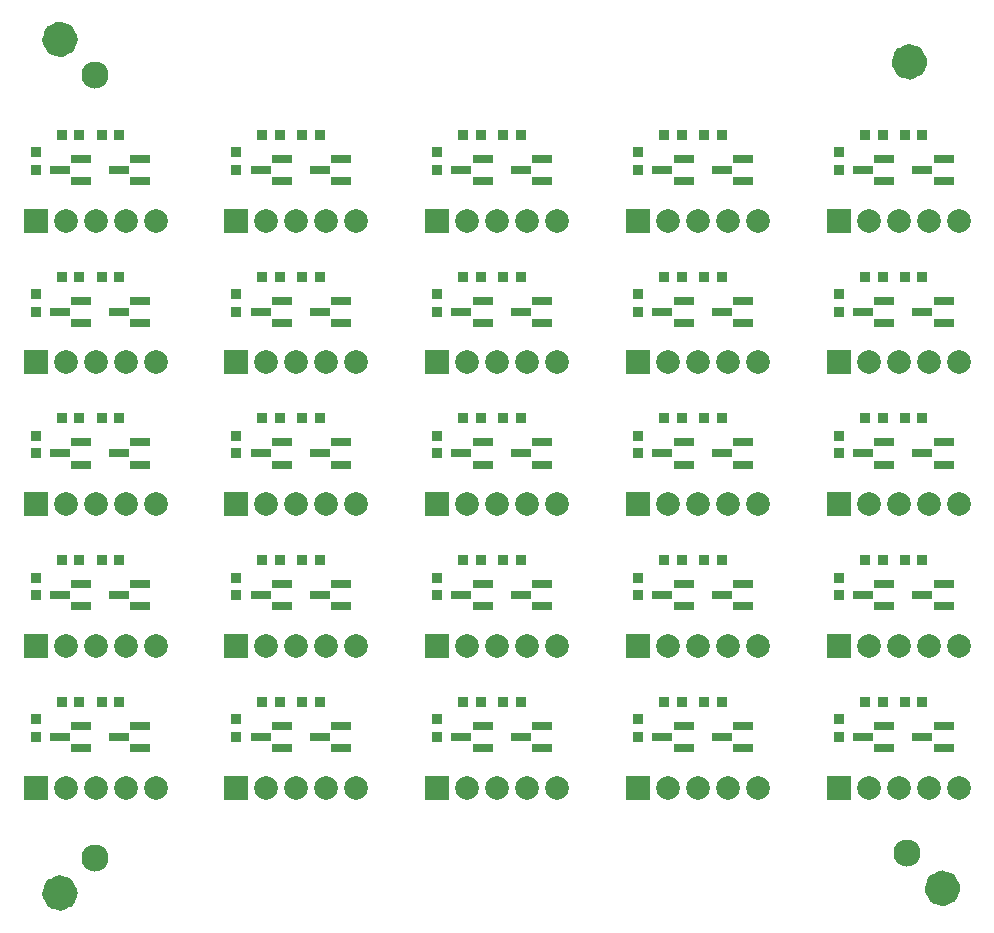
<source format=gts>
G04*
G04 #@! TF.GenerationSoftware,Altium Limited,Altium Designer,23.7.1 (13)*
G04*
G04 Layer_Color=8388736*
%FSLAX44Y44*%
%MOMM*%
G71*
G04*
G04 #@! TF.SameCoordinates,565FC65D-8D52-4A7D-9B4B-E9A53F5C2DB2*
G04*
G04*
G04 #@! TF.FilePolarity,Negative*
G04*
G01*
G75*
%ADD22C,2.0000*%
%ADD23C,1.1000*%
%ADD24R,1.7300X0.7300*%
%ADD25R,0.9300X0.8800*%
%ADD26R,0.8800X0.9300*%
%ADD27C,2.3000*%
%ADD28R,2.0096X2.0096*%
%ADD29C,2.0096*%
D22*
X792250Y-60000D02*
G03*
X792250Y-60000I-5000J0D01*
G01*
X45000Y-64000D02*
G03*
X45000Y-64000I-5000J0D01*
G01*
Y658750D02*
G03*
X45000Y658750I-5000J0D01*
G01*
X764250Y639750D02*
G03*
X764250Y639750I-5000J0D01*
G01*
D23*
X787250Y-60000D02*
D03*
X40000Y-64000D02*
D03*
Y658750D02*
D03*
X759250Y639750D02*
D03*
D24*
X90305Y68152D02*
D03*
X108305Y77652D02*
D03*
X108305Y58652D02*
D03*
X40055Y68152D02*
D03*
X58055Y77652D02*
D03*
Y58652D02*
D03*
X260305Y68152D02*
D03*
X278305Y77652D02*
D03*
X278305Y58652D02*
D03*
X210055Y68152D02*
D03*
X228055Y77652D02*
D03*
Y58652D02*
D03*
X430305Y68152D02*
D03*
X448305Y77652D02*
D03*
X448305Y58652D02*
D03*
X380055Y68152D02*
D03*
X398055Y77652D02*
D03*
Y58652D02*
D03*
X600305Y68152D02*
D03*
X618305Y77652D02*
D03*
X618305Y58652D02*
D03*
X550055Y68152D02*
D03*
X568055Y77652D02*
D03*
Y58652D02*
D03*
X770305Y68152D02*
D03*
X788305Y77652D02*
D03*
X788305Y58652D02*
D03*
X720055Y68152D02*
D03*
X738055Y77652D02*
D03*
Y58652D02*
D03*
X90305Y188152D02*
D03*
X108305Y197652D02*
D03*
X108305Y178652D02*
D03*
X40055Y188152D02*
D03*
X58055Y197652D02*
D03*
Y178652D02*
D03*
X260305Y188152D02*
D03*
X278305Y197652D02*
D03*
X278305Y178652D02*
D03*
X210055Y188152D02*
D03*
X228055Y197652D02*
D03*
Y178652D02*
D03*
X430305Y188152D02*
D03*
X448305Y197652D02*
D03*
X448305Y178652D02*
D03*
X380055Y188152D02*
D03*
X398055Y197652D02*
D03*
Y178652D02*
D03*
X600305Y188152D02*
D03*
X618305Y197652D02*
D03*
X618305Y178652D02*
D03*
X550055Y188152D02*
D03*
X568055Y197652D02*
D03*
Y178652D02*
D03*
X770305Y188152D02*
D03*
X788305Y197652D02*
D03*
X788305Y178652D02*
D03*
X720055Y188152D02*
D03*
X738055Y197652D02*
D03*
Y178652D02*
D03*
X90305Y308152D02*
D03*
X108305Y317652D02*
D03*
X108305Y298652D02*
D03*
X40055Y308152D02*
D03*
X58055Y317652D02*
D03*
Y298652D02*
D03*
X260305Y308152D02*
D03*
X278305Y317652D02*
D03*
X278305Y298652D02*
D03*
X210055Y308152D02*
D03*
X228055Y317652D02*
D03*
Y298652D02*
D03*
X430305Y308152D02*
D03*
X448305Y317652D02*
D03*
X448305Y298652D02*
D03*
X380055Y308152D02*
D03*
X398055Y317652D02*
D03*
Y298652D02*
D03*
X600305Y308152D02*
D03*
X618305Y317652D02*
D03*
X618305Y298652D02*
D03*
X550055Y308152D02*
D03*
X568055Y317652D02*
D03*
Y298652D02*
D03*
X770305Y308152D02*
D03*
X788305Y317652D02*
D03*
X788305Y298652D02*
D03*
X720055Y308152D02*
D03*
X738055Y317652D02*
D03*
Y298652D02*
D03*
X90305Y428152D02*
D03*
X108305Y437652D02*
D03*
X108305Y418652D02*
D03*
X40055Y428152D02*
D03*
X58055Y437652D02*
D03*
Y418652D02*
D03*
X260305Y428152D02*
D03*
X278305Y437652D02*
D03*
X278305Y418652D02*
D03*
X210055Y428152D02*
D03*
X228055Y437652D02*
D03*
Y418652D02*
D03*
X430305Y428152D02*
D03*
X448305Y437652D02*
D03*
X448305Y418652D02*
D03*
X380055Y428152D02*
D03*
X398055Y437652D02*
D03*
Y418652D02*
D03*
X600305Y428152D02*
D03*
X618305Y437652D02*
D03*
X618305Y418652D02*
D03*
X550055Y428152D02*
D03*
X568055Y437652D02*
D03*
Y418652D02*
D03*
X770305Y428152D02*
D03*
X788305Y437652D02*
D03*
X788305Y418652D02*
D03*
X720055Y428152D02*
D03*
X738055Y437652D02*
D03*
Y418652D02*
D03*
X90305Y548152D02*
D03*
X108305Y557652D02*
D03*
X108305Y538652D02*
D03*
X40055Y548152D02*
D03*
X58055Y557652D02*
D03*
Y538652D02*
D03*
X260305Y548152D02*
D03*
X278305Y557652D02*
D03*
X278305Y538652D02*
D03*
X210055Y548152D02*
D03*
X228055Y557652D02*
D03*
Y538652D02*
D03*
X430305Y548152D02*
D03*
X448305Y557652D02*
D03*
X448305Y538652D02*
D03*
X380055Y548152D02*
D03*
X398055Y557652D02*
D03*
Y538652D02*
D03*
X600305Y548152D02*
D03*
X618305Y557652D02*
D03*
X618305Y538652D02*
D03*
X550055Y548152D02*
D03*
X568055Y557652D02*
D03*
Y538652D02*
D03*
X770305Y548152D02*
D03*
X788305Y557652D02*
D03*
X788305Y538652D02*
D03*
X720055Y548152D02*
D03*
X738055Y557652D02*
D03*
Y538652D02*
D03*
D25*
X56555Y97902D02*
D03*
X41555D02*
D03*
X90305D02*
D03*
X75305D02*
D03*
X226555D02*
D03*
X211555D02*
D03*
X260305D02*
D03*
X245305D02*
D03*
X396555D02*
D03*
X381555D02*
D03*
X430305D02*
D03*
X415305D02*
D03*
X566555D02*
D03*
X551555D02*
D03*
X600305D02*
D03*
X585305D02*
D03*
X736555D02*
D03*
X721555D02*
D03*
X770305D02*
D03*
X755305D02*
D03*
X56555Y217902D02*
D03*
X41555D02*
D03*
X90305D02*
D03*
X75305D02*
D03*
X226555D02*
D03*
X211555D02*
D03*
X260305D02*
D03*
X245305D02*
D03*
X396555D02*
D03*
X381555D02*
D03*
X430305D02*
D03*
X415305D02*
D03*
X566555D02*
D03*
X551555D02*
D03*
X600305D02*
D03*
X585305D02*
D03*
X736555D02*
D03*
X721555D02*
D03*
X770305D02*
D03*
X755305D02*
D03*
X56555Y337902D02*
D03*
X41555D02*
D03*
X90305D02*
D03*
X75305D02*
D03*
X226555D02*
D03*
X211555D02*
D03*
X260305D02*
D03*
X245305D02*
D03*
X396555D02*
D03*
X381555D02*
D03*
X430305D02*
D03*
X415305D02*
D03*
X566555D02*
D03*
X551555D02*
D03*
X600305D02*
D03*
X585305D02*
D03*
X736555D02*
D03*
X721555D02*
D03*
X770305D02*
D03*
X755305D02*
D03*
X56555Y457902D02*
D03*
X41555D02*
D03*
X90305D02*
D03*
X75305D02*
D03*
X226555D02*
D03*
X211555D02*
D03*
X260305D02*
D03*
X245305D02*
D03*
X396555D02*
D03*
X381555D02*
D03*
X430305D02*
D03*
X415305D02*
D03*
X566555D02*
D03*
X551555D02*
D03*
X600305D02*
D03*
X585305D02*
D03*
X736555D02*
D03*
X721555D02*
D03*
X770305D02*
D03*
X755305D02*
D03*
X56555Y577902D02*
D03*
X41555D02*
D03*
X90305D02*
D03*
X75305D02*
D03*
X226555D02*
D03*
X211555D02*
D03*
X260305D02*
D03*
X245305D02*
D03*
X396555D02*
D03*
X381555D02*
D03*
X430305D02*
D03*
X415305D02*
D03*
X566555D02*
D03*
X551555D02*
D03*
X600305D02*
D03*
X585305D02*
D03*
X736555D02*
D03*
X721555D02*
D03*
X770305D02*
D03*
X755305D02*
D03*
D26*
X19555Y83152D02*
D03*
Y68152D02*
D03*
X189555Y83152D02*
D03*
Y68152D02*
D03*
X359555Y83152D02*
D03*
Y68152D02*
D03*
X529555Y83152D02*
D03*
Y68152D02*
D03*
X699555Y83152D02*
D03*
Y68152D02*
D03*
X19555Y203152D02*
D03*
Y188152D02*
D03*
X189555Y203152D02*
D03*
Y188152D02*
D03*
X359555Y203152D02*
D03*
Y188152D02*
D03*
X529555Y203152D02*
D03*
Y188152D02*
D03*
X699555Y203152D02*
D03*
Y188152D02*
D03*
X19555Y323152D02*
D03*
Y308152D02*
D03*
X189555Y323152D02*
D03*
Y308152D02*
D03*
X359555Y323152D02*
D03*
Y308152D02*
D03*
X529555Y323152D02*
D03*
Y308152D02*
D03*
X699555Y323152D02*
D03*
Y308152D02*
D03*
X19555Y443152D02*
D03*
Y428152D02*
D03*
X189555Y443152D02*
D03*
Y428152D02*
D03*
X359555Y443152D02*
D03*
Y428152D02*
D03*
X529555Y443152D02*
D03*
Y428152D02*
D03*
X699555Y443152D02*
D03*
Y428152D02*
D03*
X19555Y563152D02*
D03*
Y548152D02*
D03*
X189555Y563152D02*
D03*
Y548152D02*
D03*
X359555Y563152D02*
D03*
Y548152D02*
D03*
X529555Y563152D02*
D03*
Y548152D02*
D03*
X699555Y563152D02*
D03*
Y548152D02*
D03*
D27*
X757250Y-30000D02*
D03*
X70000Y-34000D02*
D03*
X70000Y628750D02*
D03*
D28*
X19450Y25250D02*
D03*
X189450D02*
D03*
X359450D02*
D03*
X529450D02*
D03*
X699450D02*
D03*
X19450Y145250D02*
D03*
X189450D02*
D03*
X359450D02*
D03*
X529450D02*
D03*
X699450D02*
D03*
X19450Y265250D02*
D03*
X189450D02*
D03*
X359450D02*
D03*
X529450D02*
D03*
X699450D02*
D03*
X19450Y385250D02*
D03*
X189450D02*
D03*
X359450D02*
D03*
X529450D02*
D03*
X699450D02*
D03*
X19450Y505250D02*
D03*
X189450D02*
D03*
X359450D02*
D03*
X529450D02*
D03*
X699450D02*
D03*
D29*
X44850Y25250D02*
D03*
X70250D02*
D03*
X95650D02*
D03*
X121050D02*
D03*
X214850D02*
D03*
X240250D02*
D03*
X265650D02*
D03*
X291050D02*
D03*
X384850D02*
D03*
X410250D02*
D03*
X435650D02*
D03*
X461050D02*
D03*
X554850D02*
D03*
X580250D02*
D03*
X605650D02*
D03*
X631050D02*
D03*
X724850D02*
D03*
X750250D02*
D03*
X775650D02*
D03*
X801050D02*
D03*
X44850Y145250D02*
D03*
X70250D02*
D03*
X95650D02*
D03*
X121050D02*
D03*
X214850D02*
D03*
X240250D02*
D03*
X265650D02*
D03*
X291050D02*
D03*
X384850D02*
D03*
X410250D02*
D03*
X435650D02*
D03*
X461050D02*
D03*
X554850D02*
D03*
X580250D02*
D03*
X605650D02*
D03*
X631050D02*
D03*
X724850D02*
D03*
X750250D02*
D03*
X775650D02*
D03*
X801050D02*
D03*
X44850Y265250D02*
D03*
X70250D02*
D03*
X95650D02*
D03*
X121050D02*
D03*
X214850D02*
D03*
X240250D02*
D03*
X265650D02*
D03*
X291050D02*
D03*
X384850D02*
D03*
X410250D02*
D03*
X435650D02*
D03*
X461050D02*
D03*
X554850D02*
D03*
X580250D02*
D03*
X605650D02*
D03*
X631050D02*
D03*
X724850D02*
D03*
X750250D02*
D03*
X775650D02*
D03*
X801050D02*
D03*
X44850Y385250D02*
D03*
X70250D02*
D03*
X95650D02*
D03*
X121050D02*
D03*
X214850D02*
D03*
X240250D02*
D03*
X265650D02*
D03*
X291050D02*
D03*
X384850D02*
D03*
X410250D02*
D03*
X435650D02*
D03*
X461050D02*
D03*
X554850D02*
D03*
X580250D02*
D03*
X605650D02*
D03*
X631050D02*
D03*
X724850D02*
D03*
X750250D02*
D03*
X775650D02*
D03*
X801050D02*
D03*
X44850Y505250D02*
D03*
X70250D02*
D03*
X95650D02*
D03*
X121050D02*
D03*
X214850D02*
D03*
X240250D02*
D03*
X265650D02*
D03*
X291050D02*
D03*
X384850D02*
D03*
X410250D02*
D03*
X435650D02*
D03*
X461050D02*
D03*
X554850D02*
D03*
X580250D02*
D03*
X605650D02*
D03*
X631050D02*
D03*
X724850D02*
D03*
X750250D02*
D03*
X775650D02*
D03*
X801050D02*
D03*
M02*

</source>
